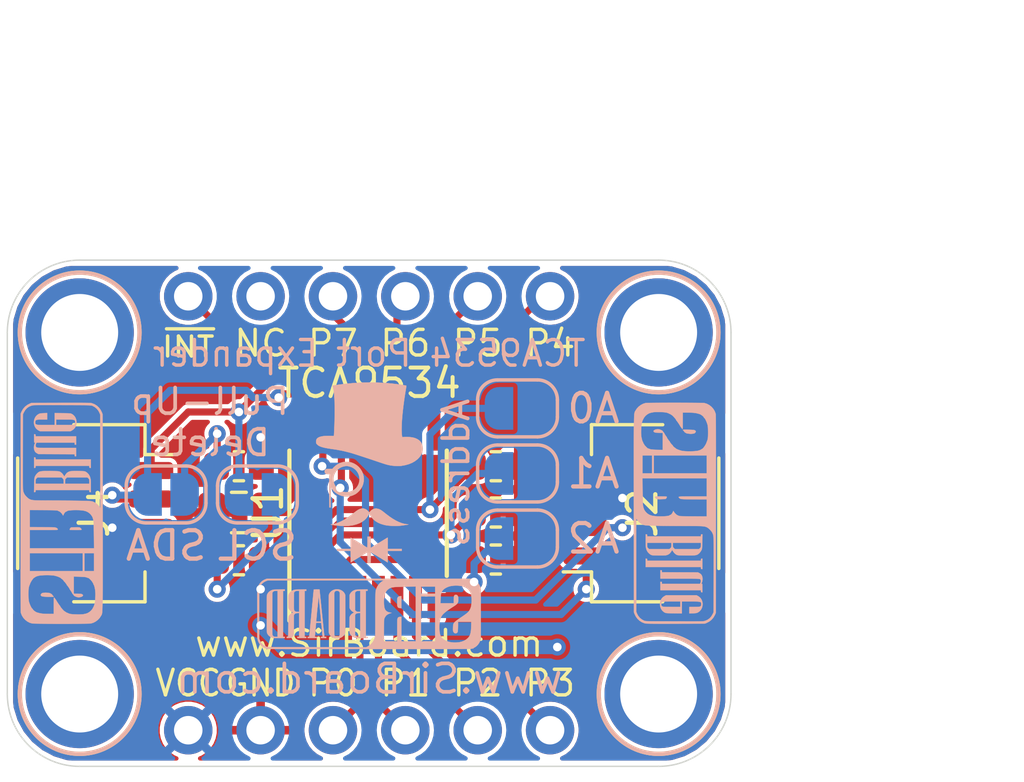
<source format=kicad_pcb>
(kicad_pcb (version 20171130) (host pcbnew "(5.1.2)-2")
  (title_block (title "TCA9534 Based 8 Bit I2C Port Expander") (date 2020-02-14) (rev 2) (company SirBoard) (comment 1 www.SirBoard.com) (comment 2 "TCA9534 - SirBlue"))
  (layers (0 F.Cu signal) (31 B.Cu signal) (34 B.Paste user hide) (35 F.Paste user hide) (36 B.SilkS user) (37 F.SilkS user) (38 B.Mask user hide) (39 F.Mask user hide) (44 Edge.Cuts user))
  (net 0 "")
  (net 1 GND)
  (net 2 VCC)
  (net 3 "Net-(JP2-Pad2)")
  (net 4 SCL)
  (net 5 "Net-(JP3-Pad2)")
  (net 6 SDA)
  (net 7 /A0)
  (net 8 /A1)
  (net 9 /A2)
  (net 10 P3)
  (net 11 P2)
  (net 12 P1)
  (net 13 P0)
  (net 14 P4)
  (net 15 P5)
  (net 16 P6)
  (net 17 P7)
  (net 18 "Net-(J3-Pad2)")
  (net 19 "#INT")
  (module Package_SO:TSSOP-16_4.4x5mm_P0.65mm (layer F.Cu) (at 65.278 35.9664 90)
    (fp_text reference U1 (at 0 -3.55 90) (layer F.SilkS))
    (fp_text value TCA9534)
    (pad 16 smd rect (at 2.95 -2.275 90) (size 1.5 0.45) (layers F.Cu F.Paste F.Mask) (net 2 VCC))
    (pad 15 smd rect (at 2.95 -1.625 90) (size 1.5 0.45) (layers F.Cu F.Paste F.Mask) (net 6 SDA))
    (pad 14 smd rect (at 2.95 -0.975 90) (size 1.5 0.45) (layers F.Cu F.Paste F.Mask) (net 4 SCL))
    (pad 13 smd rect (at 2.95 -0.325 90) (size 1.5 0.45) (layers F.Cu F.Paste F.Mask) (net 19 "#INT"))
    (pad 12 smd rect (at 2.95 0.325 90) (size 1.5 0.45) (layers F.Cu F.Paste F.Mask) (net 17 P7))
    (pad 11 smd rect (at 2.95 0.975 90) (size 1.5 0.45) (layers F.Cu F.Paste F.Mask) (net 16 P6))
    (pad 10 smd rect (at 2.95 1.625 90) (size 1.5 0.45) (layers F.Cu F.Paste F.Mask) (net 15 P5))
    (pad 9 smd rect (at 2.95 2.275 90) (size 1.5 0.45) (layers F.Cu F.Paste F.Mask) (net 14 P4))
    (pad 8 smd rect (at -2.95 2.275 90) (size 1.5 0.45) (layers F.Cu F.Paste F.Mask) (net 1 GND))
    (pad 7 smd rect (at -2.95 1.625 90) (size 1.5 0.45) (layers F.Cu F.Paste F.Mask) (net 10 P3))
    (pad 6 smd rect (at -2.95 0.975 90) (size 1.5 0.45) (layers F.Cu F.Paste F.Mask) (net 11 P2))
    (pad 5 smd rect (at -2.95 0.325 90) (size 1.5 0.45) (layers F.Cu F.Paste F.Mask) (net 12 P1))
    (pad 4 smd rect (at -2.95 -0.325 90) (size 1.5 0.45) (layers F.Cu F.Paste F.Mask) (net 13 P0))
    (pad 3 smd rect (at -2.95 -0.975 90) (size 1.5 0.45) (layers F.Cu F.Paste F.Mask) (net 9 /A2))
    (pad 2 smd rect (at -2.95 -1.625 90) (size 1.5 0.45) (layers F.Cu F.Paste F.Mask) (net 8 /A1))
    (pad 1 smd rect (at -2.95 -2.275 90) (size 1.5 0.45) (layers F.Cu F.Paste F.Mask) (net 7 /A0))
  )
  (module logo:logo63x89 (layer B.Cu) (at 65.278 34.544 180)
    (fp_text reference G*** hide)
    (fp_text value LOGO hide)
  )
  (module Capacitor_SMD:C_0805_2012Metric (layer F.Cu) (at 60.706 35.941 180)
    (fp_text reference C1 hide)
    (fp_text value 10uF)
    (pad 2 smd roundrect (at 0.9375 0 180) (size 0.975 1.4) (layers F.Cu F.Paste F.Mask) (net 1 GND))
    (pad 1 smd roundrect (at -0.9375 0 180) (size 0.975 1.4) (layers F.Cu F.Paste F.Mask) (net 2 VCC))
  )
  (module Resistor_SMD:R_0603_1608Metric (layer F.Cu) (at 69.723 34.3154)
    (fp_text reference R5 hide)
    (fp_text value 10K)
    (pad 2 smd roundrect (at 0.7875 0) (size 0.875 0.95) (layers F.Cu F.Paste F.Mask) (net 1 GND))
    (pad 1 smd roundrect (at -0.7875 0) (size 0.875 0.95) (layers F.Cu F.Paste F.Mask) (net 7 /A0))
  )
  (module Resistor_SMD:R_0603_1608Metric (layer F.Cu) (at 69.723 35.941)
    (fp_text reference R4 hide)
    (fp_text value 10K)
    (pad 2 smd roundrect (at 0.7875 0) (size 0.875 0.95) (layers F.Cu F.Paste F.Mask) (net 1 GND))
    (pad 1 smd roundrect (at -0.7875 0) (size 0.875 0.95) (layers F.Cu F.Paste F.Mask) (net 8 /A1))
  )
  (module Resistor_SMD:R_0603_1608Metric (layer F.Cu) (at 69.723 37.592)
    (fp_text reference R3 hide)
    (fp_text value 10K)
    (pad 2 smd roundrect (at 0.7875 0) (size 0.875 0.95) (layers F.Cu F.Paste F.Mask) (net 1 GND))
    (pad 1 smd roundrect (at -0.7875 0) (size 0.875 0.95) (layers F.Cu F.Paste F.Mask) (net 9 /A2))
  )
  (module Resistor_SMD:R_0603_1608Metric (layer F.Cu) (at 60.706 34.3154 180)
    (fp_text reference R2 hide)
    (fp_text value 10K)
    (pad 2 smd roundrect (at 0.7875 0 180) (size 0.875 0.95) (layers F.Cu F.Paste F.Mask) (net 5 "Net-(JP3-Pad2)"))
    (pad 1 smd roundrect (at -0.7875 0 180) (size 0.875 0.95) (layers F.Cu F.Paste F.Mask) (net 2 VCC))
  )
  (module Resistor_SMD:R_0603_1608Metric (layer F.Cu) (at 60.706 37.6174 180)
    (fp_text reference R1 hide)
    (fp_text value 10K)
    (pad 2 smd roundrect (at 0.7875 0 180) (size 0.875 0.95) (layers F.Cu F.Paste F.Mask) (net 3 "Net-(JP2-Pad2)"))
    (pad 1 smd roundrect (at -0.7875 0 180) (size 0.875 0.95) (layers F.Cu F.Paste F.Mask) (net 2 VCC))
  )
  (module Jumper:SolderJumper-2_P1.3mm_Open_RoundedPad1.0x1.5mm (layer B.Cu) (at 70.485 36.8554)
    (fp_text reference A2 (at 2.667 0) (layer B.SilkS) (effects (justify mirror)))
    (fp_text value SolderJumper_2_Open)
    (pad 2 smd custom (at 0.65 0) (size 1 0.5) (layers B.Cu B.Mask) (net 2 VCC) (options (clearance outline) (anchor rect)) (primitives (gr_circle (center 0 -0.25) (end 0.5 -0.25) (width 0)) (gr_circle (center 0 0.25) (end 0.5 0.25) (width 0)) (gr_poly (pts (xy 0 0.75) (xy -0.5 0.75) (xy -0.5 -0.75) (xy 0 -0.75)) (width 0))))
    (pad 1 smd custom (at -0.65 0) (size 1 0.5) (layers B.Cu B.Mask) (net 9 /A2) (options (clearance outline) (anchor rect)) (primitives (gr_circle (center 0 -0.25) (end 0.5 -0.25) (width 0)) (gr_circle (center 0 0.25) (end 0.5 0.25) (width 0)) (gr_poly (pts (xy 0 0.75) (xy 0.5 0.75) (xy 0.5 -0.75) (xy 0 -0.75)) (width 0))))
  )
  (module Jumper:SolderJumper-2_P1.3mm_Open_RoundedPad1.0x1.5mm (layer B.Cu) (at 70.485 34.5694)
    (fp_text reference A1 (at 2.667 0) (layer B.SilkS) (effects (justify mirror)))
    (fp_text value SolderJumper_2_Open)
    (pad 2 smd custom (at 0.65 0) (size 1 0.5) (layers B.Cu B.Mask) (net 2 VCC) (options (clearance outline) (anchor rect)) (primitives (gr_circle (center 0 -0.25) (end 0.5 -0.25) (width 0)) (gr_circle (center 0 0.25) (end 0.5 0.25) (width 0)) (gr_poly (pts (xy 0 0.75) (xy -0.5 0.75) (xy -0.5 -0.75) (xy 0 -0.75)) (width 0))))
    (pad 1 smd custom (at -0.65 0) (size 1 0.5) (layers B.Cu B.Mask) (net 8 /A1) (options (clearance outline) (anchor rect)) (primitives (gr_circle (center 0 -0.25) (end 0.5 -0.25) (width 0)) (gr_circle (center 0 0.25) (end 0.5 0.25) (width 0)) (gr_poly (pts (xy 0 0.75) (xy 0.5 0.75) (xy 0.5 -0.75) (xy 0 -0.75)) (width 0))))
  )
  (module Jumper:SolderJumper-2_P1.3mm_Open_RoundedPad1.0x1.5mm (layer B.Cu) (at 58.151 35.306)
    (fp_text reference SDA (at 0 1.8) (layer B.SilkS) (effects (justify mirror)))
    (fp_text value SolderJumper_2_Open)
    (pad 2 smd custom (at 0.65 0) (size 1 0.5) (layers B.Cu B.Mask) (net 5 "Net-(JP3-Pad2)") (options (clearance outline) (anchor rect)) (primitives (gr_circle (center 0 -0.25) (end 0.5 -0.25) (width 0)) (gr_circle (center 0 0.25) (end 0.5 0.25) (width 0)) (gr_poly (pts (xy 0 0.75) (xy -0.5 0.75) (xy -0.5 -0.75) (xy 0 -0.75)) (width 0))))
    (pad 1 smd custom (at -0.65 0) (size 1 0.5) (layers B.Cu B.Mask) (net 6 SDA) (options (clearance outline) (anchor rect)) (primitives (gr_circle (center 0 -0.25) (end 0.5 -0.25) (width 0)) (gr_circle (center 0 0.25) (end 0.5 0.25) (width 0)) (gr_poly (pts (xy 0 0.75) (xy 0.5 0.75) (xy 0.5 -0.75) (xy 0 -0.75)) (width 0))))
  )
  (module Jumper:SolderJumper-2_P1.3mm_Open_RoundedPad1.0x1.5mm (layer B.Cu) (at 61.356 35.306)
    (fp_text reference SCL (at 0 1.8) (layer B.SilkS) (effects (justify mirror)))
    (fp_text value SolderJumper_2_Open)
    (pad 2 smd custom (at 0.65 0) (size 1 0.5) (layers B.Cu B.Mask) (net 3 "Net-(JP2-Pad2)") (options (clearance outline) (anchor rect)) (primitives (gr_circle (center 0 -0.25) (end 0.5 -0.25) (width 0)) (gr_circle (center 0 0.25) (end 0.5 0.25) (width 0)) (gr_poly (pts (xy 0 0.75) (xy -0.5 0.75) (xy -0.5 -0.75) (xy 0 -0.75)) (width 0))))
    (pad 1 smd custom (at -0.65 0) (size 1 0.5) (layers B.Cu B.Mask) (net 4 SCL) (options (clearance outline) (anchor rect)) (primitives (gr_circle (center 0 -0.25) (end 0.5 -0.25) (width 0)) (gr_circle (center 0 0.25) (end 0.5 0.25) (width 0)) (gr_poly (pts (xy 0 0.75) (xy 0.5 0.75) (xy 0.5 -0.75) (xy 0 -0.75)) (width 0))))
  )
  (module Jumper:SolderJumper-2_P1.3mm_Open_RoundedPad1.0x1.5mm (layer B.Cu) (at 70.485 32.2834)
    (fp_text reference A0 (at 2.667 0) (layer B.SilkS) (effects (justify mirror)))
    (fp_text value SolderJumper_2_Open)
    (pad 2 smd custom (at 0.65 0) (size 1 0.5) (layers B.Cu B.Mask) (net 2 VCC) (options (clearance outline) (anchor rect)) (primitives (gr_circle (center 0 -0.25) (end 0.5 -0.25) (width 0)) (gr_circle (center 0 0.25) (end 0.5 0.25) (width 0)) (gr_poly (pts (xy 0 0.75) (xy -0.5 0.75) (xy -0.5 -0.75) (xy 0 -0.75)) (width 0))))
    (pad 1 smd custom (at -0.65 0) (size 1 0.5) (layers B.Cu B.Mask) (net 7 /A0) (options (clearance outline) (anchor rect)) (primitives (gr_circle (center 0 -0.25) (end 0.5 -0.25) (width 0)) (gr_circle (center 0 0.25) (end 0.5 0.25) (width 0)) (gr_poly (pts (xy 0 0.75) (xy 0.5 0.75) (xy 0.5 -0.75) (xy 0 -0.75)) (width 0))))
  )
  (module logo:SirBoard79x25 (layer B.Cu) (at 65.278 39.497 180)
    (fp_text reference G*** hide)
    (fp_text value LOGO hide)
  )
  (module logo:SirBlue78x29 (layer B.Cu) (at 76.0095 35.9664 270)
    (fp_text reference G*** hide)
    (fp_text value LOGO hide)
  )
  (module logo:SirBlue78x29 (layer B.Cu) (at 54.483 35.9664 90)
    (fp_text reference G*** hide)
    (fp_text value LOGO hide)
  )
  (module Connector_PinHeader_2.54mm:PinHeader_1x06_P2.54mm_Vertical (layer B.Cu) (at 58.928 28.3464 270)
    (fp_text reference J3 hide)
    (fp_text value Conn_01x06)
    (pad 6 thru_hole oval (at 0 -12.7 270) (size 1.7 1.7) (drill 1) (layers *.Cu *.Mask) (net 14 P4))
    (pad 5 thru_hole oval (at 0 -10.16 270) (size 1.7 1.7) (drill 1) (layers *.Cu *.Mask) (net 15 P5))
    (pad 4 thru_hole oval (at 0 -7.62 270) (size 1.7 1.7) (drill 1) (layers *.Cu *.Mask) (net 16 P6))
    (pad 3 thru_hole oval (at 0 -5.08 270) (size 1.7 1.7) (drill 1) (layers *.Cu *.Mask) (net 17 P7))
    (pad 2 thru_hole oval (at 0 -2.54 270) (size 1.7 1.7) (drill 1) (layers *.Cu *.Mask) (net 18 "Net-(J3-Pad2)"))
    (pad 1 thru_hole circle (at 0 0 270) (size 1.7 1.7) (drill 1) (layers *.Cu *.Mask) (net 19 "#INT"))
  )
  (module Connector_PinHeader_2.54mm:PinHeader_1x06_P2.54mm_Vertical (layer B.Cu) (at 58.928 43.5864 270)
    (fp_text reference J1 hide)
    (fp_text value Conn_01x06)
    (pad 6 thru_hole oval (at 0 -12.7 270) (size 1.7 1.7) (drill 1) (layers *.Cu *.Mask) (net 10 P3))
    (pad 5 thru_hole oval (at 0 -10.16 270) (size 1.7 1.7) (drill 1) (layers *.Cu *.Mask) (net 11 P2))
    (pad 4 thru_hole oval (at 0 -7.62 270) (size 1.7 1.7) (drill 1) (layers *.Cu *.Mask) (net 12 P1))
    (pad 3 thru_hole oval (at 0 -5.08 270) (size 1.7 1.7) (drill 1) (layers *.Cu *.Mask) (net 13 P0))
    (pad 2 thru_hole oval (at 0 -2.54 270) (size 1.7 1.7) (drill 1) (layers *.Cu *.Mask) (net 1 GND))
    (pad 1 thru_hole circle (at 0 0 270) (size 1.7 1.7) (drill 1) (layers *.Cu *.Mask) (net 2 VCC))
  )
  (module Connector_JST:JST_SH_SM04B-SRSS-TB_1x04-1MP_P1.00mm_Horizontal (layer F.Cu) (at 55.626 35.9664 270)
    (fp_text reference J4 (at 0 0 270) (layer F.SilkS))
    (fp_text value Conn_01x04)
    (pad MP smd roundrect (at 2.8 1.875 270) (size 1.2 1.8) (layers F.Cu F.Paste F.Mask) (roundrect_rratio 0.208333))
    (pad MP smd roundrect (at -2.8 1.875 270) (size 1.2 1.8) (layers F.Cu F.Paste F.Mask) (roundrect_rratio 0.208333))
    (pad 4 smd roundrect (at 1.5 -2 270) (size 0.6 1.55) (layers F.Cu F.Paste F.Mask) (net 1 GND))
    (pad 3 smd roundrect (at 0.5 -2 270) (size 0.6 1.55) (layers F.Cu F.Paste F.Mask) (net 2 VCC))
    (pad 2 smd roundrect (at -0.5 -2 270) (size 0.6 1.55) (layers F.Cu F.Paste F.Mask) (net 6 SDA))
    (pad 1 smd roundrect (at -1.5 -2 270) (size 0.6 1.55) (layers F.Cu F.Paste F.Mask) (net 4 SCL))
  )
  (module Connector_JST:JST_SH_SM04B-SRSS-TB_1x04-1MP_P1.00mm_Horizontal (layer F.Cu) (at 74.8665 35.9664 90)
    (fp_text reference J2 (at 0 0 90) (layer F.SilkS))
    (fp_text value Conn_01x04)
    (pad MP smd roundrect (at 2.8 1.875 90) (size 1.2 1.8) (layers F.Cu F.Paste F.Mask) (roundrect_rratio 0.208333))
    (pad MP smd roundrect (at -2.8 1.875 90) (size 1.2 1.8) (layers F.Cu F.Paste F.Mask) (roundrect_rratio 0.208333))
    (pad 4 smd roundrect (at 1.5 -2 90) (size 0.6 1.55) (layers F.Cu F.Paste F.Mask) (net 1 GND))
    (pad 3 smd roundrect (at 0.5 -2 90) (size 0.6 1.55) (layers F.Cu F.Paste F.Mask) (net 2 VCC))
    (pad 2 smd roundrect (at -0.5 -2 90) (size 0.6 1.55) (layers F.Cu F.Paste F.Mask) (net 6 SDA))
    (pad 1 smd roundrect (at -1.5 -2 90) (size 0.6 1.55) (layers F.Cu F.Paste F.Mask) (net 4 SCL))
  )
  (module SirBoardLibrary:MountingHole_M2.5_SirBoard (layer F.Cu) (at 55.118 42.3164 270)
    (fp_text reference H1 hide)
    (fp_text value MountingHole)
    (pad 1 thru_hole circle (at 0 0 270) (size 3.8 3.8) (drill 2.7) (layers *.Cu *.Mask))
  )
  (module SirBoardLibrary:MountingHole_M2.5_SirBoard (layer F.Cu) (at 55.118 29.6164 270)
    (fp_text reference H2 hide)
    (fp_text value MountingHole)
    (pad 1 thru_hole circle (at 0 0 270) (size 3.8 3.8) (drill 2.7) (layers *.Cu *.Mask))
  )
  (module SirBoardLibrary:MountingHole_M2.5_SirBoard (layer F.Cu) (at 75.438 42.3164 90)
    (fp_text reference H3 hide)
    (fp_text value MountingHole)
    (pad 1 thru_hole circle (at 0 0 90) (size 3.8 3.8) (drill 2.7) (layers *.Cu *.Mask))
  )
  (module SirBoardLibrary:MountingHole_M2.5_SirBoard (layer F.Cu) (at 75.438 29.6164 90)
    (fp_text reference H4 hide)
    (fp_text value MountingHole)
    (pad 1 thru_hole circle (at 0 0 90) (size 3.8 3.8) (drill 2.7) (layers *.Cu *.Mask))
  )
  (gr_line (start 58.166 29.4894) (end 59.817 29.4894) (layer F.SilkS) (width 0.12))
  (gr_text INT (at 58.928 30.1244) (layer F.SilkS) (effects (font (size 0.7 0.8) (thickness 0.12))))
  (gr_text P7 (at 64.008 29.9974) (layer F.SilkS) (effects (font (size 0.9 0.9) (thickness 0.12))))
  (gr_text P6 (at 66.548 29.9974) (layer F.SilkS) (effects (font (size 0.9 0.9) (thickness 0.12))))
  (gr_text P5 (at 69.088 29.9974) (layer F.SilkS) (effects (font (size 0.9 0.9) (thickness 0.12))))
  (gr_text P4 (at 71.628 29.9974) (layer F.SilkS) (effects (font (size 0.9 0.9) (thickness 0.12))))
  (gr_text P3 (at 71.628 41.9354) (layer F.SilkS) (effects (font (size 0.9 0.9) (thickness 0.12))))
  (gr_text P2 (at 69.088 41.9354) (layer F.SilkS) (effects (font (size 0.9 0.9) (thickness 0.12))))
  (gr_text P1 (at 66.548 41.9354) (layer F.SilkS) (effects (font (size 0.9 0.9) (thickness 0.12))))
  (gr_text www.SirBoard.com (at 65.278 40.5384) (layer F.SilkS) (effects (font (size 0.9 0.9) (thickness 0.12))))
  (gr_text Address (at 68.326 34.544 90) (layer B.SilkS) (effects (font (size 0.9 0.9) (thickness 0.13)) (justify mirror)))
  (gr_text P0 (at 64.008 41.9354) (layer F.SilkS) (effects (font (size 0.9 0.9) (thickness 0.12))))
  (gr_text NC (at 61.468 29.9974) (layer F.SilkS) (effects (font (size 0.9 0.9) (thickness 0.12))))
  (gr_text TCA9534 (at 65.278 31.3944) (layer F.SilkS) (effects (font (size 1 1) (thickness 0.14))))
  (gr_text "Pull-Up\nDelete" (at 59.69 32.766) (layer B.SilkS) (effects (font (size 0.9 0.9) (thickness 0.13)) (justify mirror)))
  (gr_text VCC (at 58.928 41.9354) (layer F.SilkS) (effects (font (size 0.9 0.8) (thickness 0.12))))
  (gr_text GND (at 61.468 41.9354) (layer F.SilkS) (effects (font (size 0.9 0.8) (thickness 0.12))))
  (gr_arc (start 55.118 29.6164) (end 55.118 27.0764) (angle -90) (layer Edge.Cuts) (width 0.05))
  (gr_arc (start 75.438 29.6164) (end 77.978 29.6164) (angle -90) (layer Edge.Cuts) (width 0.05))
  (gr_arc (start 75.438 42.3164) (end 75.438 44.8564) (angle -90) (layer Edge.Cuts) (width 0.05))
  (gr_arc (start 55.118 42.3164) (end 52.578 42.3164) (angle -90) (layer Edge.Cuts) (width 0.05))
  (gr_line (start 52.578 42.3164) (end 52.578 29.6164) (layer Edge.Cuts) (width 0.05))
  (gr_line (start 55.118 27.0764) (end 75.438 27.0764) (layer Edge.Cuts) (width 0.05))
  (gr_line (start 77.978 29.6164) (end 77.978 42.3164) (layer Edge.Cuts) (width 0.05))
  (gr_line (start 75.438 44.8564) (end 55.118 44.8564) (layer Edge.Cuts) (width 0.05))
  (gr_text "TCA9534 Port Expander" (at 65.278 30.353) (layer B.SilkS) (effects (font (size 0.9 0.85) (thickness 0.12)) (justify mirror)))
  (gr_text www.SirBoard.com (at 65.278 41.783) (layer B.SilkS) (effects (font (size 1 1) (thickness 0.13)) (justify mirror)))
  (via (at 61.468 39.9034) (size 0.6) (drill 0.3) (layers F.Cu B.Cu) (net 1))
  (via (at 71.882 40.6654) (size 0.6) (drill 0.3) (layers F.Cu B.Cu) (net 1))
  (segment (start 62.23 40.6654) (end 71.882 40.6654) (width 0.5) (layer B.Cu) (net 1))
  (segment (start 61.468 39.9034) (end 62.23 40.6654) (width 0.5) (layer B.Cu) (net 1))
  (via (at 74.168 35.433) (size 0.6) (drill 0.3) (layers F.Cu B.Cu) (net 2))
  (segment (start 72.8665 35.4664) (end 74.1346 35.4664) (width 0.25) (layer F.Cu) (net 2))
  (segment (start 74.1346 35.4664) (end 74.168 35.433) (width 0.25) (layer F.Cu) (net 2))
  (segment (start 61.6435 37.4674) (end 61.4935 37.6174) (width 0.25) (layer F.Cu) (net 2))
  (segment (start 61.6435 35.941) (end 61.6435 37.4674) (width 0.25) (layer F.Cu) (net 2))
  (segment (start 61.6435 34.4654) (end 61.4935 34.3154) (width 0.25) (layer F.Cu) (net 2))
  (segment (start 61.6435 35.941) (end 61.6435 34.4654) (width 0.25) (layer F.Cu) (net 2))
  (segment (start 63.003 33.0164) (end 63.003 35.5744) (width 0.25) (layer F.Cu) (net 2))
  (segment (start 62.6364 35.941) (end 61.6435 35.941) (width 0.25) (layer F.Cu) (net 2))
  (segment (start 63.003 35.5744) (end 62.6364 35.941) (width 0.25) (layer F.Cu) (net 2))
  (via (at 61.468 38.6334) (size 0.6) (drill 0.3) (layers F.Cu B.Cu) (net 2))
  (segment (start 61.4935 37.6174) (end 61.4935 38.6079) (width 0.25) (layer F.Cu) (net 2))
  (segment (start 61.4935 38.6079) (end 61.468 38.6334) (width 0.25) (layer F.Cu) (net 2))
  (via (at 61.468 33.2994) (size 0.6) (drill 0.3) (layers F.Cu B.Cu) (net 2))
  (segment (start 61.4935 34.3154) (end 61.4935 33.3249) (width 0.25) (layer F.Cu) (net 2))
  (segment (start 61.4935 33.3249) (end 61.468 33.2994) (width 0.25) (layer F.Cu) (net 2))
  (via (at 56.261 36.4744) (size 0.6) (drill 0.3) (layers F.Cu B.Cu) (net 2))
  (segment (start 57.626 36.4664) (end 56.269 36.4664) (width 0.25) (layer F.Cu) (net 2))
  (segment (start 56.269 36.4664) (end 56.261 36.4744) (width 0.25) (layer F.Cu) (net 2))
  (segment (start 62.006 35.306) (end 62.006 36.5714) (width 0.25) (layer B.Cu) (net 3))
  (via (at 59.944 38.6334) (size 0.6) (drill 0.3) (layers F.Cu B.Cu) (net 3))
  (segment (start 62.006 36.5714) (end 59.944 38.6334) (width 0.25) (layer B.Cu) (net 3))
  (segment (start 59.944 37.6429) (end 59.9185 37.6174) (width 0.25) (layer F.Cu) (net 3))
  (segment (start 59.944 38.6334) (end 59.944 37.6429) (width 0.25) (layer F.Cu) (net 3))
  (via (at 60.706 32.4104) (size 0.6) (drill 0.3) (layers F.Cu B.Cu) (net 4))
  (segment (start 60.706 32.4104) (end 60.706 35.306) (width 0.25) (layer B.Cu) (net 4))
  (segment (start 58.928 32.4104) (end 60.706 32.4104) (width 0.25) (layer F.Cu) (net 4))
  (segment (start 57.626 34.4664) (end 57.626 33.7124) (width 0.25) (layer F.Cu) (net 4))
  (segment (start 57.626 33.7124) (end 58.928 32.4104) (width 0.25) (layer F.Cu) (net 4))
  (segment (start 61.849 31.2674) (end 60.706 32.4104) (width 0.25) (layer F.Cu) (net 4))
  (segment (start 63.554 31.2674) (end 61.849 31.2674) (width 0.25) (layer F.Cu) (net 4))
  (segment (start 64.303 33.0164) (end 64.303 32.0164) (width 0.25) (layer F.Cu) (net 4))
  (segment (start 64.303 32.0164) (end 63.554 31.2674) (width 0.25) (layer F.Cu) (net 4))
  (via (at 64.262 35.0774) (size 0.6) (drill 0.3) (layers F.Cu B.Cu) (net 4))
  (segment (start 64.303 33.0164) (end 64.303 35.0364) (width 0.25) (layer F.Cu) (net 4))
  (segment (start 64.303 35.0364) (end 64.262 35.0774) (width 0.25) (layer F.Cu) (net 4))
  (via (at 72.898 38.6334) (size 0.6) (drill 0.3) (layers F.Cu B.Cu) (net 4))
  (segment (start 72.898 37.4979) (end 72.8665 37.4664) (width 0.25) (layer F.Cu) (net 4))
  (segment (start 72.898 38.6334) (end 72.898 37.4979) (width 0.25) (layer F.Cu) (net 4))
  (segment (start 72.009 39.5224) (end 72.898 38.6334) (width 0.25) (layer B.Cu) (net 4))
  (segment (start 66.802 39.5224) (end 72.009 39.5224) (width 0.25) (layer B.Cu) (net 4))
  (segment (start 64.262 35.0774) (end 64.262 36.9824) (width 0.25) (layer B.Cu) (net 4))
  (segment (start 64.262 36.9824) (end 66.802 39.5224) (width 0.25) (layer B.Cu) (net 4))
  (via (at 59.944 33.1724) (size 0.6) (drill 0.3) (layers F.Cu B.Cu) (net 5))
  (segment (start 58.801 35.306) (end 58.801 34.3154) (width 0.25) (layer B.Cu) (net 5))
  (segment (start 58.801 34.3154) (end 59.944 33.1724) (width 0.25) (layer B.Cu) (net 5))
  (segment (start 59.944 34.2899) (end 59.9185 34.3154) (width 0.25) (layer F.Cu) (net 5))
  (segment (start 59.944 33.1724) (end 59.944 34.2899) (width 0.25) (layer F.Cu) (net 5))
  (via (at 56.261 35.3314) (size 0.6) (drill 0.3) (layers F.Cu B.Cu) (net 6))
  (segment (start 57.626 35.4664) (end 56.396 35.4664) (width 0.25) (layer F.Cu) (net 6))
  (segment (start 56.396 35.4664) (end 56.261 35.3314) (width 0.25) (layer F.Cu) (net 6))
  (segment (start 57.4756 35.3314) (end 57.501 35.306) (width 0.25) (layer B.Cu) (net 6))
  (segment (start 56.261 35.3314) (end 57.4756 35.3314) (width 0.25) (layer B.Cu) (net 6))
  (segment (start 63.653 32.0164) (end 63.412 31.7754) (width 0.25) (layer F.Cu) (net 6))
  (segment (start 63.653 33.0164) (end 63.653 32.0164) (width 0.25) (layer F.Cu) (net 6))
  (via (at 62.103 31.9024) (size 0.6) (drill 0.3) (layers F.Cu B.Cu) (net 6))
  (segment (start 63.412 31.7754) (end 62.23 31.7754) (width 0.25) (layer F.Cu) (net 6))
  (segment (start 62.23 31.7754) (end 62.103 31.9024) (width 0.25) (layer F.Cu) (net 6))
  (segment (start 62.103 31.9024) (end 61.214 31.9024) (width 0.25) (layer B.Cu) (net 6))
  (segment (start 61.214 31.9024) (end 60.96 31.6484) (width 0.25) (layer B.Cu) (net 6))
  (segment (start 60.96 31.6484) (end 58.293 31.6484) (width 0.25) (layer B.Cu) (net 6))
  (segment (start 57.501 32.4404) (end 57.501 35.306) (width 0.25) (layer B.Cu) (net 6))
  (segment (start 58.293 31.6484) (end 57.501 32.4404) (width 0.25) (layer B.Cu) (net 6))
  (via (at 63.627 34.3154) (size 0.6) (drill 0.3) (layers F.Cu B.Cu) (net 6))
  (segment (start 63.653 33.0164) (end 63.653 34.2894) (width 0.25) (layer F.Cu) (net 6))
  (segment (start 63.653 34.2894) (end 63.627 34.3154) (width 0.25) (layer F.Cu) (net 6))
  (via (at 74.168 36.4744) (size 0.6) (drill 0.3) (layers F.Cu B.Cu) (net 6))
  (segment (start 72.8745 36.4744) (end 72.8665 36.4664) (width 0.25) (layer F.Cu) (net 6))
  (segment (start 74.168 36.4744) (end 72.8745 36.4744) (width 0.25) (layer F.Cu) (net 6))
  (segment (start 73.66 36.4744) (end 74.168 36.4744) (width 0.25) (layer B.Cu) (net 6))
  (segment (start 64.643 34.3154) (end 65.151 34.8234) (width 0.25) (layer B.Cu) (net 6))
  (segment (start 63.627 34.3154) (end 64.643 34.3154) (width 0.25) (layer B.Cu) (net 6))
  (segment (start 65.151 34.8234) (end 65.151 36.9824) (width 0.25) (layer B.Cu) (net 6))
  (segment (start 65.151 36.9824) (end 67.183 39.0144) (width 0.25) (layer B.Cu) (net 6))
  (segment (start 67.183 39.0144) (end 71.12 39.0144) (width 0.25) (layer B.Cu) (net 6))
  (segment (start 71.12 39.0144) (end 73.66 36.4744) (width 0.25) (layer B.Cu) (net 6))
  (segment (start 63.003 36.9714) (end 63.003 38.9164) (width 0.25) (layer F.Cu) (net 7))
  (segment (start 64.135 35.8394) (end 63.003 36.9714) (width 0.25) (layer F.Cu) (net 7))
  (segment (start 68.9355 34.3154) (end 67.4115 35.8394) (width 0.25) (layer F.Cu) (net 7))
  (segment (start 67.4115 35.8394) (end 64.135 35.8394) (width 0.25) (layer F.Cu) (net 7))
  (segment (start 69.835 32.2834) (end 68.326 32.2834) (width 0.25) (layer B.Cu) (net 7))
  (via (at 67.4115 35.8394) (size 0.6) (drill 0.3) (layers F.Cu B.Cu) (net 7))
  (segment (start 68.326 32.2834) (end 67.4115 33.1979) (width 0.25) (layer B.Cu) (net 7))
  (segment (start 67.4115 33.1979) (end 67.4115 35.8394) (width 0.25) (layer B.Cu) (net 7))
  (segment (start 63.653 37.3374) (end 63.653 38.9164) (width 0.25) (layer F.Cu) (net 8))
  (segment (start 64.262 36.7284) (end 63.653 37.3374) (width 0.25) (layer F.Cu) (net 8))
  (segment (start 68.9355 35.941) (end 68.1481 36.7284) (width 0.25) (layer F.Cu) (net 8))
  (segment (start 68.1481 36.7284) (end 64.262 36.7284) (width 0.25) (layer F.Cu) (net 8))
  (via (at 68.1481 36.7284) (size 0.6) (drill 0.3) (layers F.Cu B.Cu) (net 8))
  (segment (start 68.1481 35.5093) (end 68.1481 36.7284) (width 0.25) (layer B.Cu) (net 8))
  (segment (start 69.835 34.5694) (end 69.088 34.5694) (width 0.25) (layer B.Cu) (net 8))
  (segment (start 69.088 34.5694) (end 68.1481 35.5093) (width 0.25) (layer B.Cu) (net 8))
  (segment (start 64.303 37.9164) (end 64.303 38.9164) (width 0.25) (layer F.Cu) (net 9))
  (segment (start 64.6274 37.592) (end 64.303 37.9164) (width 0.25) (layer F.Cu) (net 9))
  (segment (start 68.9355 37.592) (end 64.6274 37.592) (width 0.25) (layer F.Cu) (net 9))
  (segment (start 69.835 36.8554) (end 68.961 37.7294) (width 0.25) (layer B.Cu) (net 9))
  (via (at 68.961 38.3794) (size 0.6) (drill 0.3) (layers F.Cu B.Cu) (net 9))
  (segment (start 68.961 37.7294) (end 68.961 38.3794) (width 0.25) (layer B.Cu) (net 9))
  (segment (start 68.961 37.6175) (end 68.9355 37.592) (width 0.25) (layer F.Cu) (net 9))
  (segment (start 68.961 38.3794) (end 68.961 37.6175) (width 0.25) (layer F.Cu) (net 9))
  (segment (start 70.231 42.1894) (end 71.628 43.5864) (width 0.25) (layer F.Cu) (net 10))
  (segment (start 68.8145 42.1894) (end 70.231 42.1894) (width 0.25) (layer F.Cu) (net 10))
  (segment (start 66.903 38.9164) (end 66.903 40.2779) (width 0.25) (layer F.Cu) (net 10))
  (segment (start 66.903 40.2779) (end 68.8145 42.1894) (width 0.25) (layer F.Cu) (net 10))
  (segment (start 66.253 40.7514) (end 69.088 43.5864) (width 0.25) (layer F.Cu) (net 11))
  (segment (start 66.253 38.9164) (end 66.253 40.7514) (width 0.25) (layer F.Cu) (net 11))
  (segment (start 65.603 42.6414) (end 66.548 43.5864) (width 0.25) (layer F.Cu) (net 12))
  (segment (start 65.603 38.9164) (end 65.603 42.6414) (width 0.25) (layer F.Cu) (net 12))
  (segment (start 64.953 42.6414) (end 64.008 43.5864) (width 0.25) (layer F.Cu) (net 13))
  (segment (start 64.953 38.9164) (end 64.953 42.6414) (width 0.25) (layer F.Cu) (net 13))
  (segment (start 71.374 28.3464) (end 71.628 28.3464) (width 0.25) (layer F.Cu) (net 14))
  (segment (start 67.553 33.0164) (end 67.553 32.1674) (width 0.25) (layer F.Cu) (net 14))
  (segment (start 67.553 32.1674) (end 71.374 28.3464) (width 0.25) (layer F.Cu) (net 14))
  (segment (start 66.903 30.5314) (end 69.088 28.3464) (width 0.25) (layer F.Cu) (net 15))
  (segment (start 66.903 33.0164) (end 66.903 30.5314) (width 0.25) (layer F.Cu) (net 15))
  (segment (start 66.253 28.6414) (end 66.548 28.3464) (width 0.25) (layer F.Cu) (net 16))
  (segment (start 66.253 33.0164) (end 66.253 28.6414) (width 0.25) (layer F.Cu) (net 16))
  (segment (start 64.008 28.9814) (end 64.008 28.3464) (width 0.25) (layer F.Cu) (net 17))
  (segment (start 65.603 33.0164) (end 65.603 30.5764) (width 0.25) (layer F.Cu) (net 17))
  (segment (start 65.603 30.5764) (end 64.008 28.9814) (width 0.25) (layer F.Cu) (net 17))
  (segment (start 60.452 29.8704) (end 58.928 28.3464) (width 0.25) (layer F.Cu) (net 19))
  (segment (start 62.992 29.8704) (end 60.452 29.8704) (width 0.25) (layer F.Cu) (net 19))
  (segment (start 64.953 33.0164) (end 64.953 31.8314) (width 0.25) (layer F.Cu) (net 19))
  (segment (start 64.953 31.8314) (end 62.992 29.8704) (width 0.25) (layer F.Cu) (net 19))
  (zone (net 2) (net_name VCC) (layer B.Cu) (connect_pads (clearance 0.15)) (min_thickness 0.15) (fill yes (arc_segments 32) (thermal_gap 0.2) (thermal_bridge_width 0.3))
    (polygon (pts (xy 52.7812 27.2796) (xy 77.7748 27.2796) (xy 77.7748 44.6532) (xy 52.7812 44.6532)))
  )
  (zone (net 1) (net_name GND) (layer F.Cu) (connect_pads (clearance 0.15)) (min_thickness 0.15) (fill yes (arc_segments 32) (thermal_gap 0.2) (thermal_bridge_width 0.3))
    (polygon (pts (xy 52.7812 27.2796) (xy 77.7748 27.2796) (xy 77.7748 44.6532) (xy 52.7812 44.6532)))
  )
)
</source>
